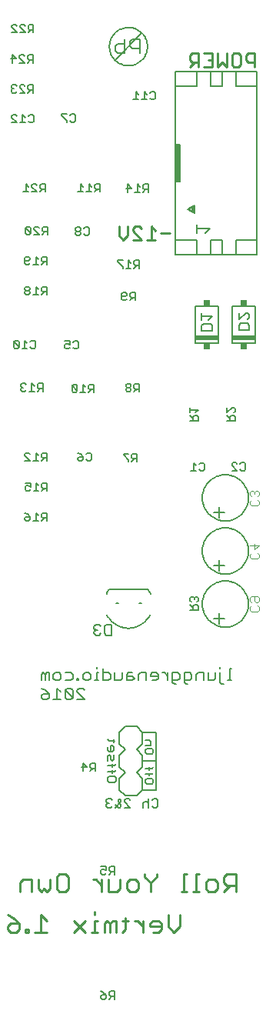
<source format=gbo>
G75*
%MOIN*%
%OFA0B0*%
%FSLAX24Y24*%
%IPPOS*%
%LPD*%
%AMOC8*
5,1,8,0,0,1.08239X$1,22.5*
%
%ADD10C,0.0090*%
%ADD11C,0.0070*%
%ADD12C,0.0100*%
%ADD13C,0.0050*%
%ADD14C,0.0079*%
%ADD15C,0.0080*%
%ADD16C,0.0059*%
%ADD17C,0.0069*%
%ADD18C,0.0060*%
%ADD19C,0.0040*%
%ADD20R,0.1000X0.0200*%
%ADD21R,0.0300X0.0250*%
%ADD22R,0.0100X0.0200*%
%ADD23R,0.0050X0.0150*%
%ADD24R,0.0100X0.0100*%
D10*
X005781Y033395D02*
X005591Y033585D01*
X005591Y033965D01*
X005971Y033585D02*
X005781Y033395D01*
X005971Y033585D02*
X005971Y033965D01*
X006198Y033870D02*
X006198Y033775D01*
X006579Y033395D01*
X006198Y033395D01*
X006198Y033870D02*
X006293Y033965D01*
X006484Y033965D01*
X006579Y033870D01*
X006806Y033395D02*
X007186Y033395D01*
X006996Y033395D02*
X006996Y033965D01*
X007186Y033775D01*
X007414Y033680D02*
X007794Y033680D01*
X008666Y040895D02*
X008856Y041085D01*
X008761Y041085D02*
X009046Y041085D01*
X009046Y040895D02*
X009046Y041465D01*
X008761Y041465D01*
X008666Y041370D01*
X008666Y041180D01*
X008761Y041085D01*
X009273Y040895D02*
X009654Y040895D01*
X009654Y041465D01*
X009273Y041465D01*
X009464Y041180D02*
X009654Y041180D01*
X009881Y040895D02*
X009881Y041465D01*
X010071Y041085D02*
X009881Y040895D01*
X010071Y041085D02*
X010261Y040895D01*
X010261Y041465D01*
X010489Y041370D02*
X010489Y040990D01*
X010584Y040895D01*
X010774Y040895D01*
X010869Y040990D01*
X010869Y041370D01*
X010774Y041465D01*
X010584Y041465D01*
X010489Y041370D01*
X011097Y041370D02*
X011097Y041180D01*
X011192Y041085D01*
X011477Y041085D01*
X011477Y040895D02*
X011477Y041465D01*
X011192Y041465D01*
X011097Y041370D01*
D11*
X009963Y014882D02*
X009963Y014800D01*
X009963Y014637D02*
X009963Y014228D01*
X010045Y014147D01*
X010127Y014147D01*
X010307Y014310D02*
X010470Y014310D01*
X010389Y014310D02*
X010389Y014800D01*
X010470Y014800D01*
X009783Y014637D02*
X009783Y014392D01*
X009701Y014310D01*
X009456Y014310D01*
X009456Y014637D01*
X009267Y014637D02*
X009267Y014310D01*
X009267Y014637D02*
X009022Y014637D01*
X008940Y014555D01*
X008940Y014310D01*
X008752Y014392D02*
X008670Y014310D01*
X008425Y014310D01*
X008425Y014228D02*
X008425Y014637D01*
X008670Y014637D01*
X008752Y014555D01*
X008752Y014392D01*
X008588Y014147D02*
X008506Y014147D01*
X008425Y014228D01*
X008236Y014392D02*
X008154Y014310D01*
X007909Y014310D01*
X007909Y014228D02*
X007909Y014637D01*
X008154Y014637D01*
X008236Y014555D01*
X008236Y014392D01*
X008072Y014147D02*
X007991Y014147D01*
X007909Y014228D01*
X007720Y014310D02*
X007720Y014637D01*
X007557Y014637D02*
X007720Y014473D01*
X007557Y014637D02*
X007475Y014637D01*
X007291Y014555D02*
X007291Y014392D01*
X007209Y014310D01*
X007045Y014310D01*
X006964Y014473D02*
X007291Y014473D01*
X007291Y014555D02*
X007209Y014637D01*
X007045Y014637D01*
X006964Y014555D01*
X006964Y014473D01*
X006775Y014310D02*
X006775Y014637D01*
X006530Y014637D01*
X006448Y014555D01*
X006448Y014310D01*
X006259Y014392D02*
X006178Y014473D01*
X005932Y014473D01*
X005932Y014555D02*
X005932Y014310D01*
X006178Y014310D01*
X006259Y014392D01*
X006178Y014637D02*
X006014Y014637D01*
X005932Y014555D01*
X005744Y014637D02*
X005744Y014392D01*
X005662Y014310D01*
X005417Y014310D01*
X005417Y014637D01*
X005228Y014555D02*
X005228Y014392D01*
X005146Y014310D01*
X004901Y014310D01*
X004901Y014800D01*
X004901Y014637D02*
X005146Y014637D01*
X005228Y014555D01*
X004712Y014637D02*
X004631Y014637D01*
X004631Y014310D01*
X004712Y014310D02*
X004549Y014310D01*
X004631Y014800D02*
X004631Y014882D01*
X004369Y014555D02*
X004369Y014392D01*
X004287Y014310D01*
X004123Y014310D01*
X004042Y014392D01*
X004042Y014555D01*
X004123Y014637D01*
X004287Y014637D01*
X004369Y014555D01*
X004029Y013960D02*
X004111Y013879D01*
X004029Y013960D02*
X003866Y013960D01*
X003784Y013879D01*
X003784Y013797D01*
X004111Y013470D01*
X003784Y013470D01*
X003595Y013552D02*
X003268Y013879D01*
X003268Y013552D01*
X003350Y013470D01*
X003513Y013470D01*
X003595Y013552D01*
X003595Y013879D01*
X003513Y013960D01*
X003350Y013960D01*
X003268Y013879D01*
X003080Y013797D02*
X002916Y013960D01*
X002916Y013470D01*
X002753Y013470D02*
X003080Y013470D01*
X002998Y014310D02*
X002834Y014310D01*
X002753Y014392D01*
X002753Y014555D01*
X002834Y014637D01*
X002998Y014637D01*
X003080Y014555D01*
X003080Y014392D01*
X002998Y014310D01*
X003268Y014310D02*
X003513Y014310D01*
X003595Y014392D01*
X003595Y014555D01*
X003513Y014637D01*
X003268Y014637D01*
X003771Y014392D02*
X003771Y014310D01*
X003853Y014310D01*
X003853Y014392D01*
X003771Y014392D01*
X002564Y014310D02*
X002564Y014637D01*
X002482Y014637D01*
X002400Y014555D01*
X002319Y014637D01*
X002237Y014555D01*
X002237Y014310D01*
X002237Y013960D02*
X002400Y013879D01*
X002564Y013715D01*
X002319Y013715D01*
X002237Y013633D01*
X002237Y013552D01*
X002319Y013470D01*
X002482Y013470D01*
X002564Y013552D01*
X002564Y013715D01*
X002400Y014310D02*
X002400Y014555D01*
D12*
X000763Y003512D02*
X000890Y003385D01*
X001144Y003385D01*
X001270Y003512D01*
X001270Y003765D01*
X000890Y003765D01*
X000763Y003639D01*
X000763Y003512D01*
X001017Y004019D02*
X000763Y004146D01*
X001017Y004019D02*
X001270Y003765D01*
X001540Y003512D02*
X001540Y003385D01*
X001666Y003385D01*
X001666Y003512D01*
X001540Y003512D01*
X001951Y003385D02*
X002458Y003385D01*
X002458Y003892D02*
X002205Y004146D01*
X002205Y003385D01*
X002227Y005160D02*
X002100Y005287D01*
X002100Y005667D01*
X002354Y005287D02*
X002227Y005160D01*
X002354Y005287D02*
X002481Y005160D01*
X002607Y005287D01*
X002607Y005667D01*
X002892Y005794D02*
X002892Y005287D01*
X003019Y005160D01*
X003273Y005160D01*
X003399Y005287D01*
X003399Y005794D01*
X003273Y005921D01*
X003019Y005921D01*
X002892Y005794D01*
X003635Y003892D02*
X004142Y003385D01*
X004142Y003892D02*
X003635Y003385D01*
X004416Y003385D02*
X004670Y003385D01*
X004543Y003385D02*
X004543Y003892D01*
X004670Y003892D01*
X004543Y004146D02*
X004543Y004272D01*
X004851Y005160D02*
X004851Y005667D01*
X004851Y005414D02*
X004598Y005667D01*
X004471Y005667D01*
X005081Y003892D02*
X004955Y003765D01*
X004955Y003385D01*
X005208Y003765D02*
X005081Y003892D01*
X005208Y003765D02*
X005208Y003385D01*
X005208Y003765D02*
X005335Y003892D01*
X005462Y003892D01*
X005462Y003385D01*
X005736Y003385D02*
X005863Y003512D01*
X005863Y004019D01*
X005990Y003892D02*
X005736Y003892D01*
X005516Y005160D02*
X005136Y005160D01*
X005136Y005667D01*
X005643Y005287D02*
X005516Y005160D01*
X005643Y005287D02*
X005643Y005667D01*
X005928Y005540D02*
X006055Y005667D01*
X006308Y005667D01*
X006435Y005540D01*
X006435Y005287D01*
X006308Y005160D01*
X006055Y005160D01*
X005928Y005287D01*
X005928Y005540D01*
X006269Y003892D02*
X006396Y003892D01*
X006649Y003639D01*
X006649Y003892D02*
X006649Y003385D01*
X006934Y003639D02*
X007441Y003639D01*
X007441Y003765D02*
X007315Y003892D01*
X007061Y003892D01*
X006934Y003765D01*
X006934Y003639D01*
X007061Y003385D02*
X007315Y003385D01*
X007441Y003512D01*
X007441Y003765D01*
X007726Y003639D02*
X007726Y004146D01*
X007726Y003639D02*
X007980Y003385D01*
X008233Y003639D01*
X008233Y004146D01*
X008293Y005160D02*
X008547Y005160D01*
X008420Y005160D02*
X008420Y005921D01*
X008547Y005921D01*
X008821Y005160D02*
X009074Y005160D01*
X008948Y005160D02*
X008948Y005921D01*
X009074Y005921D01*
X009359Y005540D02*
X009486Y005667D01*
X009740Y005667D01*
X009866Y005540D01*
X009866Y005287D01*
X009740Y005160D01*
X009486Y005160D01*
X009359Y005287D01*
X009359Y005540D01*
X010151Y005540D02*
X010278Y005414D01*
X010658Y005414D01*
X010658Y005160D02*
X010658Y005921D01*
X010278Y005921D01*
X010151Y005794D01*
X010151Y005540D01*
X010405Y005414D02*
X010151Y005160D01*
X007227Y005794D02*
X006973Y005540D01*
X006973Y005160D01*
X006973Y005540D02*
X006720Y005794D01*
X006720Y005921D01*
X007227Y005921D02*
X007227Y005794D01*
X001816Y005667D02*
X001816Y005160D01*
X001816Y005667D02*
X001435Y005667D01*
X001309Y005540D01*
X001309Y005160D01*
D13*
X003981Y010542D02*
X004211Y010542D01*
X004039Y010714D01*
X004039Y010370D01*
X004344Y010370D02*
X004459Y010485D01*
X004401Y010485D02*
X004573Y010485D01*
X004573Y010370D02*
X004573Y010714D01*
X004401Y010714D01*
X004344Y010657D01*
X004344Y010542D01*
X004401Y010485D01*
X005098Y009168D02*
X005034Y009104D01*
X005034Y009041D01*
X005098Y008977D01*
X005034Y008913D01*
X005034Y008849D01*
X005098Y008785D01*
X005226Y008785D01*
X005289Y008849D01*
X005433Y008913D02*
X005560Y008785D01*
X005624Y008785D01*
X005688Y008849D01*
X005688Y008913D01*
X005560Y009041D01*
X005560Y009104D01*
X005624Y009168D01*
X005688Y009104D01*
X005688Y009041D01*
X005433Y008785D01*
X005289Y009104D02*
X005226Y009168D01*
X005098Y009168D01*
X005098Y008977D02*
X005162Y008977D01*
X005164Y009891D02*
X005100Y009955D01*
X005100Y010083D01*
X005164Y010147D01*
X005420Y010147D01*
X005484Y010083D01*
X005484Y009955D01*
X005420Y009891D01*
X005164Y009891D01*
X005292Y010290D02*
X005292Y010418D01*
X005292Y010556D02*
X005292Y010684D01*
X005292Y010822D02*
X005356Y010886D01*
X005356Y011077D01*
X005228Y011013D02*
X005228Y010886D01*
X005292Y010822D01*
X005100Y010822D02*
X005100Y011013D01*
X005164Y011077D01*
X005228Y011013D01*
X005228Y011220D02*
X005228Y011476D01*
X005292Y011476D01*
X005356Y011412D01*
X005356Y011284D01*
X005292Y011220D01*
X005164Y011220D01*
X005100Y011284D01*
X005100Y011412D01*
X005164Y011683D02*
X005100Y011747D01*
X005164Y011683D02*
X005420Y011683D01*
X005356Y011619D02*
X005356Y011747D01*
X005484Y010684D02*
X005420Y010620D01*
X005100Y010620D01*
X005100Y010354D02*
X005420Y010354D01*
X005484Y010418D01*
X005895Y009168D02*
X005831Y009104D01*
X005831Y009041D01*
X006087Y008785D01*
X005831Y008785D01*
X005895Y009168D02*
X006023Y009168D01*
X006087Y009104D01*
X006629Y008977D02*
X006629Y008785D01*
X006629Y008977D02*
X006693Y009041D01*
X006821Y009041D01*
X006884Y008977D01*
X006884Y009168D02*
X006884Y008785D01*
X007028Y008849D02*
X007092Y008785D01*
X007219Y008785D01*
X007283Y008849D01*
X007283Y009104D01*
X007219Y009168D01*
X007092Y009168D01*
X007028Y009104D01*
X007025Y009810D02*
X006792Y009810D01*
X006733Y009868D01*
X006733Y009985D01*
X006792Y010044D01*
X007025Y010044D01*
X007084Y009985D01*
X007084Y009868D01*
X007025Y009810D01*
X006908Y010178D02*
X006908Y010295D01*
X006908Y010424D02*
X006908Y010541D01*
X007025Y010482D02*
X006733Y010482D01*
X006733Y010237D02*
X007025Y010237D01*
X007084Y010295D01*
X007025Y010482D02*
X007084Y010541D01*
X007025Y011110D02*
X006792Y011110D01*
X006733Y011168D01*
X006733Y011285D01*
X006792Y011344D01*
X007025Y011344D01*
X007084Y011285D01*
X007084Y011168D01*
X007025Y011110D01*
X006967Y011478D02*
X006967Y011653D01*
X006908Y011712D01*
X006733Y011712D01*
X006733Y011478D02*
X006967Y011478D01*
X005398Y006239D02*
X005226Y006239D01*
X005169Y006182D01*
X005169Y006067D01*
X005226Y006010D01*
X005398Y006010D01*
X005284Y006010D02*
X005169Y005895D01*
X005036Y005952D02*
X004978Y005895D01*
X004864Y005895D01*
X004806Y005952D01*
X004806Y006067D01*
X004864Y006124D01*
X004921Y006124D01*
X005036Y006067D01*
X005036Y006239D01*
X004806Y006239D01*
X005398Y006239D02*
X005398Y005895D01*
X005398Y000839D02*
X005226Y000839D01*
X005169Y000782D01*
X005169Y000667D01*
X005226Y000610D01*
X005398Y000610D01*
X005284Y000610D02*
X005169Y000495D01*
X005036Y000552D02*
X004978Y000495D01*
X004864Y000495D01*
X004806Y000552D01*
X004806Y000610D01*
X004864Y000667D01*
X005036Y000667D01*
X005036Y000552D01*
X005036Y000667D02*
X004921Y000782D01*
X004806Y000839D01*
X005398Y000839D02*
X005398Y000495D01*
X005279Y016260D02*
X005054Y016260D01*
X004979Y016335D01*
X004979Y016635D01*
X005054Y016710D01*
X005279Y016710D01*
X005279Y016260D01*
X004819Y016335D02*
X004744Y016260D01*
X004593Y016260D01*
X004518Y016335D01*
X004518Y016410D01*
X004593Y016485D01*
X004669Y016485D01*
X004593Y016485D02*
X004518Y016560D01*
X004518Y016635D01*
X004593Y016710D01*
X004744Y016710D01*
X004819Y016635D01*
X004351Y023810D02*
X004236Y023810D01*
X004179Y023867D01*
X004046Y023867D02*
X003988Y023810D01*
X003874Y023810D01*
X003816Y023867D01*
X003816Y023925D01*
X003874Y023982D01*
X004046Y023982D01*
X004046Y023867D01*
X004046Y023982D02*
X003931Y024097D01*
X003816Y024154D01*
X004179Y024097D02*
X004236Y024154D01*
X004351Y024154D01*
X004408Y024097D01*
X004408Y023867D01*
X004351Y023810D01*
X004281Y026783D02*
X004396Y026898D01*
X004338Y026898D02*
X004510Y026898D01*
X004510Y026783D02*
X004510Y027127D01*
X004338Y027127D01*
X004281Y027070D01*
X004281Y026955D01*
X004338Y026898D01*
X004148Y027013D02*
X004033Y027127D01*
X004033Y026783D01*
X004148Y026783D02*
X003918Y026783D01*
X003785Y026841D02*
X003556Y027070D01*
X003556Y026841D01*
X003613Y026783D01*
X003728Y026783D01*
X003785Y026841D01*
X003785Y027070D01*
X003728Y027127D01*
X003613Y027127D01*
X003556Y027070D01*
X003661Y028666D02*
X003604Y028724D01*
X003661Y028666D02*
X003776Y028666D01*
X003833Y028724D01*
X003833Y028953D01*
X003776Y029010D01*
X003661Y029010D01*
X003604Y028953D01*
X003471Y029010D02*
X003471Y028838D01*
X003356Y028896D01*
X003299Y028896D01*
X003241Y028838D01*
X003241Y028724D01*
X003299Y028666D01*
X003413Y028666D01*
X003471Y028724D01*
X003471Y029010D02*
X003241Y029010D01*
X002471Y031016D02*
X002471Y031360D01*
X002299Y031360D01*
X002241Y031303D01*
X002241Y031188D01*
X002299Y031131D01*
X002471Y031131D01*
X002356Y031131D02*
X002241Y031016D01*
X002108Y031016D02*
X001879Y031016D01*
X001994Y031016D02*
X001994Y031360D01*
X002108Y031246D01*
X001746Y031246D02*
X001746Y031303D01*
X001688Y031360D01*
X001574Y031360D01*
X001516Y031303D01*
X001516Y031246D01*
X001574Y031188D01*
X001688Y031188D01*
X001746Y031246D01*
X001688Y031188D02*
X001746Y031131D01*
X001746Y031074D01*
X001688Y031016D01*
X001574Y031016D01*
X001516Y031074D01*
X001516Y031131D01*
X001574Y031188D01*
X001574Y032316D02*
X001516Y032374D01*
X001516Y032603D01*
X001574Y032660D01*
X001688Y032660D01*
X001746Y032603D01*
X001746Y032546D01*
X001688Y032488D01*
X001516Y032488D01*
X001574Y032316D02*
X001688Y032316D01*
X001746Y032374D01*
X001879Y032316D02*
X002108Y032316D01*
X001994Y032316D02*
X001994Y032660D01*
X002108Y032546D01*
X002241Y032603D02*
X002241Y032488D01*
X002299Y032431D01*
X002471Y032431D01*
X002471Y032316D02*
X002471Y032660D01*
X002299Y032660D01*
X002241Y032603D01*
X002356Y032431D02*
X002241Y032316D01*
X002266Y033616D02*
X002381Y033731D01*
X002324Y033731D02*
X002496Y033731D01*
X002496Y033616D02*
X002496Y033960D01*
X002324Y033960D01*
X002266Y033903D01*
X002266Y033788D01*
X002324Y033731D01*
X002133Y033616D02*
X001904Y033846D01*
X001904Y033903D01*
X001961Y033960D01*
X002076Y033960D01*
X002133Y033903D01*
X002133Y033616D02*
X001904Y033616D01*
X001771Y033674D02*
X001771Y033903D01*
X001713Y033960D01*
X001599Y033960D01*
X001541Y033903D01*
X001771Y033674D01*
X001713Y033616D01*
X001599Y033616D01*
X001541Y033674D01*
X001541Y033903D01*
X001556Y035466D02*
X001556Y035810D01*
X001671Y035696D01*
X001804Y035696D02*
X001804Y035753D01*
X001861Y035810D01*
X001976Y035810D01*
X002033Y035753D01*
X002166Y035753D02*
X002166Y035638D01*
X002224Y035581D01*
X002396Y035581D01*
X002396Y035466D02*
X002396Y035810D01*
X002224Y035810D01*
X002166Y035753D01*
X002281Y035581D02*
X002166Y035466D01*
X002033Y035466D02*
X001804Y035696D01*
X001804Y035466D02*
X002033Y035466D01*
X001671Y035466D02*
X001441Y035466D01*
X001419Y038466D02*
X001419Y038810D01*
X001533Y038696D01*
X001666Y038753D02*
X001724Y038810D01*
X001838Y038810D01*
X001896Y038753D01*
X001896Y038524D01*
X001838Y038466D01*
X001724Y038466D01*
X001666Y038524D01*
X001533Y038466D02*
X001304Y038466D01*
X001171Y038466D02*
X000941Y038696D01*
X000941Y038753D01*
X000999Y038810D01*
X001113Y038810D01*
X001171Y038753D01*
X001171Y038466D02*
X000941Y038466D01*
X000986Y039760D02*
X000929Y039817D01*
X000929Y039875D01*
X000986Y039932D01*
X001044Y039932D01*
X000986Y039932D02*
X000929Y039989D01*
X000929Y040047D01*
X000986Y040104D01*
X001101Y040104D01*
X001158Y040047D01*
X001291Y040047D02*
X001291Y039989D01*
X001521Y039760D01*
X001291Y039760D01*
X001158Y039817D02*
X001101Y039760D01*
X000986Y039760D01*
X001291Y040047D02*
X001349Y040104D01*
X001463Y040104D01*
X001521Y040047D01*
X001654Y040047D02*
X001654Y039932D01*
X001711Y039875D01*
X001883Y039875D01*
X001769Y039875D02*
X001654Y039760D01*
X001654Y040047D02*
X001711Y040104D01*
X001883Y040104D01*
X001883Y039760D01*
X001868Y041058D02*
X001868Y041402D01*
X001696Y041402D01*
X001638Y041345D01*
X001638Y041230D01*
X001696Y041173D01*
X001868Y041173D01*
X001753Y041173D02*
X001638Y041058D01*
X001505Y041058D02*
X001276Y041288D01*
X001276Y041345D01*
X001333Y041402D01*
X001448Y041402D01*
X001505Y041345D01*
X001505Y041058D02*
X001276Y041058D01*
X001143Y041230D02*
X000913Y041230D01*
X000971Y041058D02*
X000971Y041402D01*
X001143Y041230D01*
X001161Y042368D02*
X000932Y042597D01*
X000932Y042655D01*
X000989Y042712D01*
X001104Y042712D01*
X001161Y042655D01*
X001294Y042655D02*
X001294Y042597D01*
X001524Y042368D01*
X001294Y042368D01*
X001161Y042368D02*
X000932Y042368D01*
X001294Y042655D02*
X001352Y042712D01*
X001466Y042712D01*
X001524Y042655D01*
X001657Y042655D02*
X001657Y042540D01*
X001714Y042483D01*
X001886Y042483D01*
X001772Y042483D02*
X001657Y042368D01*
X001657Y042655D02*
X001714Y042712D01*
X001886Y042712D01*
X001886Y042368D01*
X003116Y038835D02*
X003116Y038778D01*
X003346Y038549D01*
X003346Y038491D01*
X003479Y038549D02*
X003536Y038491D01*
X003651Y038491D01*
X003708Y038549D01*
X003708Y038778D01*
X003651Y038835D01*
X003536Y038835D01*
X003479Y038778D01*
X003346Y038835D02*
X003116Y038835D01*
X003931Y035810D02*
X003931Y035466D01*
X004046Y035466D02*
X003816Y035466D01*
X004046Y035696D02*
X003931Y035810D01*
X004179Y035466D02*
X004408Y035466D01*
X004294Y035466D02*
X004294Y035810D01*
X004408Y035696D01*
X004541Y035753D02*
X004541Y035638D01*
X004599Y035581D01*
X004771Y035581D01*
X004771Y035466D02*
X004771Y035810D01*
X004599Y035810D01*
X004541Y035753D01*
X004656Y035581D02*
X004541Y035466D01*
X004251Y033935D02*
X004308Y033878D01*
X004308Y033649D01*
X004251Y033591D01*
X004136Y033591D01*
X004079Y033649D01*
X003946Y033649D02*
X003946Y033706D01*
X003888Y033763D01*
X003774Y033763D01*
X003716Y033706D01*
X003716Y033649D01*
X003774Y033591D01*
X003888Y033591D01*
X003946Y033649D01*
X003888Y033763D02*
X003946Y033821D01*
X003946Y033878D01*
X003888Y033935D01*
X003774Y033935D01*
X003716Y033878D01*
X003716Y033821D01*
X003774Y033763D01*
X004079Y033878D02*
X004136Y033935D01*
X004251Y033935D01*
X005529Y032504D02*
X005529Y032447D01*
X005758Y032217D01*
X005758Y032160D01*
X005891Y032160D02*
X006121Y032160D01*
X006006Y032160D02*
X006006Y032504D01*
X006121Y032389D01*
X006254Y032332D02*
X006311Y032275D01*
X006483Y032275D01*
X006369Y032275D02*
X006254Y032160D01*
X006254Y032332D02*
X006254Y032447D01*
X006311Y032504D01*
X006483Y032504D01*
X006483Y032160D01*
X006308Y031110D02*
X006136Y031110D01*
X006079Y031053D01*
X006079Y030938D01*
X006136Y030881D01*
X006308Y030881D01*
X006194Y030881D02*
X006079Y030766D01*
X005946Y030824D02*
X005888Y030766D01*
X005774Y030766D01*
X005716Y030824D01*
X005716Y031053D01*
X005774Y031110D01*
X005888Y031110D01*
X005946Y031053D01*
X005946Y030996D01*
X005888Y030938D01*
X005716Y030938D01*
X005758Y032504D02*
X005529Y032504D01*
X006308Y031110D02*
X006308Y030766D01*
X006311Y027154D02*
X006254Y027097D01*
X006254Y026982D01*
X006311Y026925D01*
X006483Y026925D01*
X006369Y026925D02*
X006254Y026810D01*
X006121Y026867D02*
X006121Y026925D01*
X006063Y026982D01*
X005949Y026982D01*
X005891Y026925D01*
X005891Y026867D01*
X005949Y026810D01*
X006063Y026810D01*
X006121Y026867D01*
X006063Y026982D02*
X006121Y027039D01*
X006121Y027097D01*
X006063Y027154D01*
X005949Y027154D01*
X005891Y027097D01*
X005891Y027039D01*
X005949Y026982D01*
X006311Y027154D02*
X006483Y027154D01*
X006483Y026810D01*
X006383Y024129D02*
X006211Y024129D01*
X006154Y024072D01*
X006154Y023957D01*
X006211Y023900D01*
X006383Y023900D01*
X006269Y023900D02*
X006154Y023785D01*
X006021Y023785D02*
X006021Y023842D01*
X005791Y024072D01*
X005791Y024129D01*
X006021Y024129D01*
X006383Y024129D02*
X006383Y023785D01*
X008716Y023385D02*
X008946Y023385D01*
X008831Y023385D02*
X008831Y023729D01*
X008946Y023614D01*
X009079Y023672D02*
X009136Y023729D01*
X009251Y023729D01*
X009308Y023672D01*
X009308Y023442D01*
X009251Y023385D01*
X009136Y023385D01*
X009079Y023442D01*
X009027Y025535D02*
X008683Y025535D01*
X008798Y025535D02*
X008798Y025707D01*
X008855Y025764D01*
X008970Y025764D01*
X009027Y025707D01*
X009027Y025535D01*
X008798Y025650D02*
X008683Y025764D01*
X008683Y025898D02*
X008683Y026127D01*
X008683Y026012D02*
X009027Y026012D01*
X008913Y025898D01*
X010283Y025898D02*
X010513Y026127D01*
X010570Y026127D01*
X010627Y026070D01*
X010627Y025955D01*
X010570Y025898D01*
X010570Y025764D02*
X010455Y025764D01*
X010398Y025707D01*
X010398Y025535D01*
X010398Y025650D02*
X010283Y025764D01*
X010283Y025898D02*
X010283Y026127D01*
X010283Y025535D02*
X010627Y025535D01*
X010627Y025707D01*
X010570Y025764D01*
X010549Y023735D02*
X010491Y023678D01*
X010491Y023621D01*
X010721Y023391D01*
X010491Y023391D01*
X010549Y023735D02*
X010663Y023735D01*
X010721Y023678D01*
X010854Y023678D02*
X010911Y023735D01*
X011026Y023735D01*
X011083Y023678D01*
X011083Y023449D01*
X011026Y023391D01*
X010911Y023391D01*
X010854Y023449D01*
X008970Y017927D02*
X008913Y017927D01*
X008855Y017870D01*
X008798Y017927D01*
X008741Y017927D01*
X008683Y017870D01*
X008683Y017755D01*
X008741Y017698D01*
X008683Y017564D02*
X008798Y017450D01*
X008798Y017507D02*
X008798Y017335D01*
X008683Y017335D02*
X009027Y017335D01*
X009027Y017507D01*
X008970Y017564D01*
X008855Y017564D01*
X008798Y017507D01*
X008970Y017698D02*
X009027Y017755D01*
X009027Y017870D01*
X008970Y017927D01*
X008855Y017870D02*
X008855Y017812D01*
X006869Y035457D02*
X006869Y035801D01*
X006697Y035801D01*
X006639Y035744D01*
X006639Y035629D01*
X006697Y035572D01*
X006869Y035572D01*
X006754Y035572D02*
X006639Y035457D01*
X006506Y035457D02*
X006277Y035457D01*
X006392Y035457D02*
X006392Y035801D01*
X006506Y035687D01*
X006144Y035629D02*
X005914Y035629D01*
X005972Y035457D02*
X005972Y035801D01*
X006144Y035629D01*
X006216Y039466D02*
X006446Y039466D01*
X006331Y039466D02*
X006331Y039810D01*
X006446Y039696D01*
X006579Y039466D02*
X006808Y039466D01*
X006694Y039466D02*
X006694Y039810D01*
X006808Y039696D01*
X006941Y039753D02*
X006999Y039810D01*
X007113Y039810D01*
X007171Y039753D01*
X007171Y039524D01*
X007113Y039466D01*
X006999Y039466D01*
X006941Y039524D01*
X002292Y027168D02*
X002120Y027168D01*
X002063Y027110D01*
X002063Y026996D01*
X002120Y026938D01*
X002292Y026938D01*
X002178Y026938D02*
X002063Y026824D01*
X001930Y026824D02*
X001701Y026824D01*
X001815Y026824D02*
X001815Y027168D01*
X001930Y027053D01*
X001567Y027110D02*
X001510Y027168D01*
X001395Y027168D01*
X001338Y027110D01*
X001338Y027053D01*
X001395Y026996D01*
X001338Y026938D01*
X001338Y026881D01*
X001395Y026824D01*
X001510Y026824D01*
X001567Y026881D01*
X001453Y026996D02*
X001395Y026996D01*
X001391Y028685D02*
X001621Y028685D01*
X001506Y028685D02*
X001506Y029029D01*
X001621Y028914D01*
X001754Y028972D02*
X001811Y029029D01*
X001926Y029029D01*
X001983Y028972D01*
X001983Y028742D01*
X001926Y028685D01*
X001811Y028685D01*
X001754Y028742D01*
X001258Y028742D02*
X001029Y028972D01*
X001029Y028742D01*
X001086Y028685D01*
X001201Y028685D01*
X001258Y028742D01*
X001258Y028972D01*
X001201Y029029D01*
X001086Y029029D01*
X001029Y028972D01*
X002292Y027168D02*
X002292Y026824D01*
X002299Y024160D02*
X002241Y024103D01*
X002241Y023988D01*
X002299Y023931D01*
X002471Y023931D01*
X002471Y023816D02*
X002471Y024160D01*
X002299Y024160D01*
X002356Y023931D02*
X002241Y023816D01*
X002108Y023816D02*
X001879Y023816D01*
X001994Y023816D02*
X001994Y024160D01*
X002108Y024046D01*
X001746Y024103D02*
X001688Y024160D01*
X001574Y024160D01*
X001516Y024103D01*
X001516Y024046D01*
X001746Y023816D01*
X001516Y023816D01*
X001529Y022854D02*
X001758Y022854D01*
X001758Y022682D01*
X001644Y022739D01*
X001586Y022739D01*
X001529Y022682D01*
X001529Y022567D01*
X001586Y022510D01*
X001701Y022510D01*
X001758Y022567D01*
X001891Y022510D02*
X002121Y022510D01*
X002006Y022510D02*
X002006Y022854D01*
X002121Y022739D01*
X002254Y022682D02*
X002311Y022625D01*
X002483Y022625D01*
X002369Y022625D02*
X002254Y022510D01*
X002254Y022682D02*
X002254Y022797D01*
X002311Y022854D01*
X002483Y022854D01*
X002483Y022510D01*
X002471Y021560D02*
X002299Y021560D01*
X002241Y021503D01*
X002241Y021388D01*
X002299Y021331D01*
X002471Y021331D01*
X002471Y021216D02*
X002471Y021560D01*
X002356Y021331D02*
X002241Y021216D01*
X002108Y021216D02*
X001879Y021216D01*
X001994Y021216D02*
X001994Y021560D01*
X002108Y021446D01*
X001746Y021388D02*
X001574Y021388D01*
X001516Y021331D01*
X001516Y021274D01*
X001574Y021216D01*
X001688Y021216D01*
X001746Y021274D01*
X001746Y021388D01*
X001631Y021503D01*
X001516Y021560D01*
D14*
X006633Y012060D02*
X007208Y012060D01*
X007208Y010810D01*
X007208Y009560D01*
X006633Y009560D01*
X006633Y010810D02*
X007208Y010810D01*
X005183Y041760D02*
X005185Y041817D01*
X005191Y041874D01*
X005201Y041930D01*
X005214Y041985D01*
X005232Y042039D01*
X005253Y042092D01*
X005277Y042143D01*
X005306Y042193D01*
X005337Y042240D01*
X005372Y042285D01*
X005410Y042328D01*
X005450Y042368D01*
X005494Y042405D01*
X005539Y042439D01*
X005587Y042470D01*
X005637Y042497D01*
X005689Y042521D01*
X005742Y042541D01*
X005797Y042557D01*
X005852Y042570D01*
X005909Y042579D01*
X005965Y042584D01*
X006022Y042585D01*
X006079Y042582D01*
X006136Y042575D01*
X006192Y042564D01*
X006247Y042550D01*
X006301Y042531D01*
X006353Y042509D01*
X006404Y042484D01*
X006453Y042455D01*
X006500Y042422D01*
X006544Y042387D01*
X006586Y042348D01*
X006626Y042307D01*
X006662Y042263D01*
X006695Y042217D01*
X006725Y042168D01*
X006751Y042118D01*
X006774Y042066D01*
X006793Y042012D01*
X006809Y041957D01*
X006821Y041902D01*
X006829Y041845D01*
X006833Y041788D01*
X006833Y041732D01*
X006829Y041675D01*
X006821Y041618D01*
X006809Y041563D01*
X006793Y041508D01*
X006774Y041454D01*
X006751Y041402D01*
X006725Y041352D01*
X006695Y041303D01*
X006662Y041257D01*
X006626Y041213D01*
X006586Y041172D01*
X006544Y041133D01*
X006500Y041098D01*
X006453Y041065D01*
X006404Y041036D01*
X006353Y041011D01*
X006301Y040989D01*
X006247Y040970D01*
X006192Y040956D01*
X006136Y040945D01*
X006079Y040938D01*
X006022Y040935D01*
X005965Y040936D01*
X005909Y040941D01*
X005852Y040950D01*
X005797Y040963D01*
X005742Y040979D01*
X005689Y040999D01*
X005637Y041023D01*
X005587Y041050D01*
X005539Y041081D01*
X005494Y041115D01*
X005450Y041152D01*
X005410Y041192D01*
X005372Y041235D01*
X005337Y041280D01*
X005306Y041327D01*
X005277Y041377D01*
X005253Y041428D01*
X005232Y041481D01*
X005214Y041535D01*
X005201Y041590D01*
X005191Y041646D01*
X005185Y041703D01*
X005183Y041760D01*
D15*
X005435Y041785D02*
X005435Y041578D01*
X005538Y041475D01*
X005849Y041475D01*
X005849Y042096D01*
X005849Y041889D02*
X005538Y041889D01*
X005435Y041785D01*
X006080Y041785D02*
X006183Y041682D01*
X006493Y041682D01*
X006493Y041475D02*
X006493Y042096D01*
X006183Y042096D01*
X006080Y041992D01*
X006080Y041785D01*
D16*
X006583Y042335D02*
X005433Y041185D01*
D17*
X009933Y021816D02*
X009933Y021344D01*
X010169Y021580D02*
X009696Y021580D01*
X009933Y019516D02*
X009933Y019044D01*
X010169Y019280D02*
X009696Y019280D01*
X009933Y017216D02*
X009933Y016744D01*
X010169Y016980D02*
X009696Y016980D01*
D18*
X009208Y017610D02*
X009210Y017673D01*
X009216Y017735D01*
X009226Y017797D01*
X009239Y017859D01*
X009257Y017919D01*
X009278Y017978D01*
X009303Y018036D01*
X009332Y018092D01*
X009364Y018146D01*
X009399Y018198D01*
X009437Y018247D01*
X009479Y018295D01*
X009523Y018339D01*
X009571Y018381D01*
X009620Y018419D01*
X009672Y018454D01*
X009726Y018486D01*
X009782Y018515D01*
X009840Y018540D01*
X009899Y018561D01*
X009959Y018579D01*
X010021Y018592D01*
X010083Y018602D01*
X010145Y018608D01*
X010208Y018610D01*
X010271Y018608D01*
X010333Y018602D01*
X010395Y018592D01*
X010457Y018579D01*
X010517Y018561D01*
X010576Y018540D01*
X010634Y018515D01*
X010690Y018486D01*
X010744Y018454D01*
X010796Y018419D01*
X010845Y018381D01*
X010893Y018339D01*
X010937Y018295D01*
X010979Y018247D01*
X011017Y018198D01*
X011052Y018146D01*
X011084Y018092D01*
X011113Y018036D01*
X011138Y017978D01*
X011159Y017919D01*
X011177Y017859D01*
X011190Y017797D01*
X011200Y017735D01*
X011206Y017673D01*
X011208Y017610D01*
X011206Y017547D01*
X011200Y017485D01*
X011190Y017423D01*
X011177Y017361D01*
X011159Y017301D01*
X011138Y017242D01*
X011113Y017184D01*
X011084Y017128D01*
X011052Y017074D01*
X011017Y017022D01*
X010979Y016973D01*
X010937Y016925D01*
X010893Y016881D01*
X010845Y016839D01*
X010796Y016801D01*
X010744Y016766D01*
X010690Y016734D01*
X010634Y016705D01*
X010576Y016680D01*
X010517Y016659D01*
X010457Y016641D01*
X010395Y016628D01*
X010333Y016618D01*
X010271Y016612D01*
X010208Y016610D01*
X010145Y016612D01*
X010083Y016618D01*
X010021Y016628D01*
X009959Y016641D01*
X009899Y016659D01*
X009840Y016680D01*
X009782Y016705D01*
X009726Y016734D01*
X009672Y016766D01*
X009620Y016801D01*
X009571Y016839D01*
X009523Y016881D01*
X009479Y016925D01*
X009437Y016973D01*
X009399Y017022D01*
X009364Y017074D01*
X009332Y017128D01*
X009303Y017184D01*
X009278Y017242D01*
X009257Y017301D01*
X009239Y017361D01*
X009226Y017423D01*
X009216Y017485D01*
X009210Y017547D01*
X009208Y017610D01*
X009208Y019910D02*
X009210Y019973D01*
X009216Y020035D01*
X009226Y020097D01*
X009239Y020159D01*
X009257Y020219D01*
X009278Y020278D01*
X009303Y020336D01*
X009332Y020392D01*
X009364Y020446D01*
X009399Y020498D01*
X009437Y020547D01*
X009479Y020595D01*
X009523Y020639D01*
X009571Y020681D01*
X009620Y020719D01*
X009672Y020754D01*
X009726Y020786D01*
X009782Y020815D01*
X009840Y020840D01*
X009899Y020861D01*
X009959Y020879D01*
X010021Y020892D01*
X010083Y020902D01*
X010145Y020908D01*
X010208Y020910D01*
X010271Y020908D01*
X010333Y020902D01*
X010395Y020892D01*
X010457Y020879D01*
X010517Y020861D01*
X010576Y020840D01*
X010634Y020815D01*
X010690Y020786D01*
X010744Y020754D01*
X010796Y020719D01*
X010845Y020681D01*
X010893Y020639D01*
X010937Y020595D01*
X010979Y020547D01*
X011017Y020498D01*
X011052Y020446D01*
X011084Y020392D01*
X011113Y020336D01*
X011138Y020278D01*
X011159Y020219D01*
X011177Y020159D01*
X011190Y020097D01*
X011200Y020035D01*
X011206Y019973D01*
X011208Y019910D01*
X011206Y019847D01*
X011200Y019785D01*
X011190Y019723D01*
X011177Y019661D01*
X011159Y019601D01*
X011138Y019542D01*
X011113Y019484D01*
X011084Y019428D01*
X011052Y019374D01*
X011017Y019322D01*
X010979Y019273D01*
X010937Y019225D01*
X010893Y019181D01*
X010845Y019139D01*
X010796Y019101D01*
X010744Y019066D01*
X010690Y019034D01*
X010634Y019005D01*
X010576Y018980D01*
X010517Y018959D01*
X010457Y018941D01*
X010395Y018928D01*
X010333Y018918D01*
X010271Y018912D01*
X010208Y018910D01*
X010145Y018912D01*
X010083Y018918D01*
X010021Y018928D01*
X009959Y018941D01*
X009899Y018959D01*
X009840Y018980D01*
X009782Y019005D01*
X009726Y019034D01*
X009672Y019066D01*
X009620Y019101D01*
X009571Y019139D01*
X009523Y019181D01*
X009479Y019225D01*
X009437Y019273D01*
X009399Y019322D01*
X009364Y019374D01*
X009332Y019428D01*
X009303Y019484D01*
X009278Y019542D01*
X009257Y019601D01*
X009239Y019661D01*
X009226Y019723D01*
X009216Y019785D01*
X009210Y019847D01*
X009208Y019910D01*
X009208Y022210D02*
X009210Y022273D01*
X009216Y022335D01*
X009226Y022397D01*
X009239Y022459D01*
X009257Y022519D01*
X009278Y022578D01*
X009303Y022636D01*
X009332Y022692D01*
X009364Y022746D01*
X009399Y022798D01*
X009437Y022847D01*
X009479Y022895D01*
X009523Y022939D01*
X009571Y022981D01*
X009620Y023019D01*
X009672Y023054D01*
X009726Y023086D01*
X009782Y023115D01*
X009840Y023140D01*
X009899Y023161D01*
X009959Y023179D01*
X010021Y023192D01*
X010083Y023202D01*
X010145Y023208D01*
X010208Y023210D01*
X010271Y023208D01*
X010333Y023202D01*
X010395Y023192D01*
X010457Y023179D01*
X010517Y023161D01*
X010576Y023140D01*
X010634Y023115D01*
X010690Y023086D01*
X010744Y023054D01*
X010796Y023019D01*
X010845Y022981D01*
X010893Y022939D01*
X010937Y022895D01*
X010979Y022847D01*
X011017Y022798D01*
X011052Y022746D01*
X011084Y022692D01*
X011113Y022636D01*
X011138Y022578D01*
X011159Y022519D01*
X011177Y022459D01*
X011190Y022397D01*
X011200Y022335D01*
X011206Y022273D01*
X011208Y022210D01*
X011206Y022147D01*
X011200Y022085D01*
X011190Y022023D01*
X011177Y021961D01*
X011159Y021901D01*
X011138Y021842D01*
X011113Y021784D01*
X011084Y021728D01*
X011052Y021674D01*
X011017Y021622D01*
X010979Y021573D01*
X010937Y021525D01*
X010893Y021481D01*
X010845Y021439D01*
X010796Y021401D01*
X010744Y021366D01*
X010690Y021334D01*
X010634Y021305D01*
X010576Y021280D01*
X010517Y021259D01*
X010457Y021241D01*
X010395Y021228D01*
X010333Y021218D01*
X010271Y021212D01*
X010208Y021210D01*
X010145Y021212D01*
X010083Y021218D01*
X010021Y021228D01*
X009959Y021241D01*
X009899Y021259D01*
X009840Y021280D01*
X009782Y021305D01*
X009726Y021334D01*
X009672Y021366D01*
X009620Y021401D01*
X009571Y021439D01*
X009523Y021481D01*
X009479Y021525D01*
X009437Y021573D01*
X009399Y021622D01*
X009364Y021674D01*
X009332Y021728D01*
X009303Y021784D01*
X009278Y021842D01*
X009257Y021901D01*
X009239Y021961D01*
X009226Y022023D01*
X009216Y022085D01*
X009210Y022147D01*
X009208Y022210D01*
X008908Y028910D02*
X009908Y028910D01*
X009908Y030510D01*
X008908Y030510D01*
X008908Y028910D01*
X009188Y029461D02*
X009188Y029681D01*
X009261Y029754D01*
X009555Y029754D01*
X009628Y029681D01*
X009628Y029461D01*
X009188Y029461D01*
X009188Y029921D02*
X009188Y030215D01*
X009188Y030068D02*
X009628Y030068D01*
X009481Y029921D01*
X009558Y032734D02*
X008958Y032734D01*
X008037Y032734D01*
X008037Y033364D01*
X008958Y033364D01*
X008958Y032734D01*
X008988Y033688D02*
X008988Y034048D01*
X008988Y033868D02*
X009529Y033868D01*
X009349Y033688D01*
X009558Y033364D02*
X010058Y033364D01*
X010058Y032734D01*
X009558Y032734D01*
X009558Y033364D01*
X010058Y032734D02*
X010658Y032734D01*
X010658Y033364D01*
X011580Y033364D01*
X011580Y032734D01*
X010658Y032734D01*
X010508Y030510D02*
X011508Y030510D01*
X011508Y028910D01*
X010508Y028910D01*
X010508Y030510D01*
X010798Y030226D02*
X010798Y029933D01*
X011092Y030226D01*
X011165Y030226D01*
X011238Y030153D01*
X011238Y030006D01*
X011165Y029933D01*
X011165Y029766D02*
X011238Y029693D01*
X011238Y029472D01*
X010798Y029472D01*
X010798Y029693D01*
X010871Y029766D01*
X011165Y029766D01*
X011580Y033364D02*
X011580Y040056D01*
X010658Y040056D01*
X010658Y040686D01*
X011580Y040686D01*
X011580Y040056D01*
X010658Y040686D02*
X010058Y040686D01*
X009558Y040686D01*
X008958Y040686D01*
X008958Y040056D01*
X008037Y040056D01*
X008037Y040686D01*
X008958Y040686D01*
X009558Y040686D02*
X009558Y040056D01*
X010058Y040056D01*
X010058Y040686D01*
X008888Y034880D02*
X008558Y034710D01*
X008658Y034710D01*
X008558Y034710D02*
X008888Y034540D01*
X008888Y034880D01*
X008233Y035923D02*
X008194Y035923D01*
X008194Y037497D01*
X008233Y037497D01*
X008233Y035923D01*
X008194Y035923D02*
X008155Y035923D01*
X008155Y037497D01*
X008194Y037497D01*
X008155Y037497D02*
X008115Y037497D01*
X008115Y035962D01*
X008076Y035962D01*
X008076Y037458D01*
X008037Y037497D02*
X008115Y037497D01*
X008037Y037497D02*
X008037Y040056D01*
X008037Y037497D02*
X008037Y035923D01*
X008155Y035923D01*
X008037Y035923D02*
X008037Y033364D01*
X006833Y018260D02*
X005183Y018260D01*
X005455Y017660D02*
X005561Y017660D01*
X005058Y018057D02*
X005085Y018111D01*
X005115Y018162D01*
X005148Y018212D01*
X005183Y018260D01*
X005058Y017163D02*
X005087Y017106D01*
X005120Y017050D01*
X005155Y016997D01*
X005195Y016946D01*
X005237Y016898D01*
X005282Y016852D01*
X005329Y016809D01*
X005379Y016769D01*
X005432Y016732D01*
X005487Y016699D01*
X005543Y016668D01*
X005602Y016642D01*
X005662Y016619D01*
X005723Y016599D01*
X005785Y016584D01*
X005848Y016572D01*
X005912Y016564D01*
X005976Y016560D01*
X006040Y016560D01*
X006104Y016564D01*
X006168Y016572D01*
X006231Y016584D01*
X006293Y016599D01*
X006354Y016619D01*
X006414Y016642D01*
X006473Y016668D01*
X006529Y016699D01*
X006584Y016732D01*
X006637Y016769D01*
X006687Y016809D01*
X006734Y016852D01*
X006779Y016898D01*
X006821Y016946D01*
X006861Y016997D01*
X006896Y017050D01*
X006929Y017106D01*
X006958Y017163D01*
X006561Y017660D02*
X006455Y017660D01*
X006962Y018048D02*
X006935Y018104D01*
X006904Y018158D01*
X006870Y018210D01*
X006833Y018260D01*
X006358Y012310D02*
X005858Y012310D01*
X005608Y012060D01*
X005608Y011560D01*
X005858Y011310D01*
X005608Y011060D01*
X005608Y010560D01*
X005858Y010310D01*
X005608Y010060D01*
X005608Y009560D01*
X005858Y009310D01*
X006358Y009310D01*
X006608Y009560D01*
X006608Y010060D01*
X006358Y010310D01*
X006608Y010560D01*
X006608Y011060D01*
X006358Y011310D01*
X006608Y011560D01*
X006608Y012060D01*
X006358Y012310D01*
D19*
X011344Y017280D02*
X011278Y017346D01*
X011278Y017477D01*
X011344Y017542D01*
X011344Y017679D02*
X011278Y017744D01*
X011278Y017875D01*
X011344Y017941D01*
X011606Y017941D01*
X011672Y017875D01*
X011672Y017744D01*
X011606Y017679D01*
X011541Y017679D01*
X011475Y017744D01*
X011475Y017941D01*
X011606Y017542D02*
X011672Y017477D01*
X011672Y017346D01*
X011606Y017280D01*
X011344Y017280D01*
X011339Y019566D02*
X011273Y019632D01*
X011273Y019763D01*
X011339Y019829D01*
X011470Y019965D02*
X011470Y020227D01*
X011667Y020162D02*
X011470Y019965D01*
X011601Y019829D02*
X011667Y019763D01*
X011667Y019632D01*
X011601Y019566D01*
X011339Y019566D01*
X011273Y020162D02*
X011667Y020162D01*
X011595Y021866D02*
X011333Y021866D01*
X011267Y021932D01*
X011267Y022063D01*
X011333Y022129D01*
X011333Y022265D02*
X011267Y022331D01*
X011267Y022462D01*
X011333Y022527D01*
X011399Y022527D01*
X011464Y022462D01*
X011464Y022396D01*
X011464Y022462D02*
X011530Y022527D01*
X011595Y022527D01*
X011661Y022462D01*
X011661Y022331D01*
X011595Y022265D01*
X011595Y022129D02*
X011661Y022063D01*
X011661Y021932D01*
X011595Y021866D01*
D20*
X011008Y029160D03*
X009408Y029160D03*
D21*
X009408Y028785D03*
X009408Y030635D03*
X011008Y030635D03*
X011008Y028785D03*
D22*
X008768Y034710D03*
D23*
X008843Y034785D03*
X008843Y034635D03*
D24*
X008688Y034710D03*
M02*

</source>
